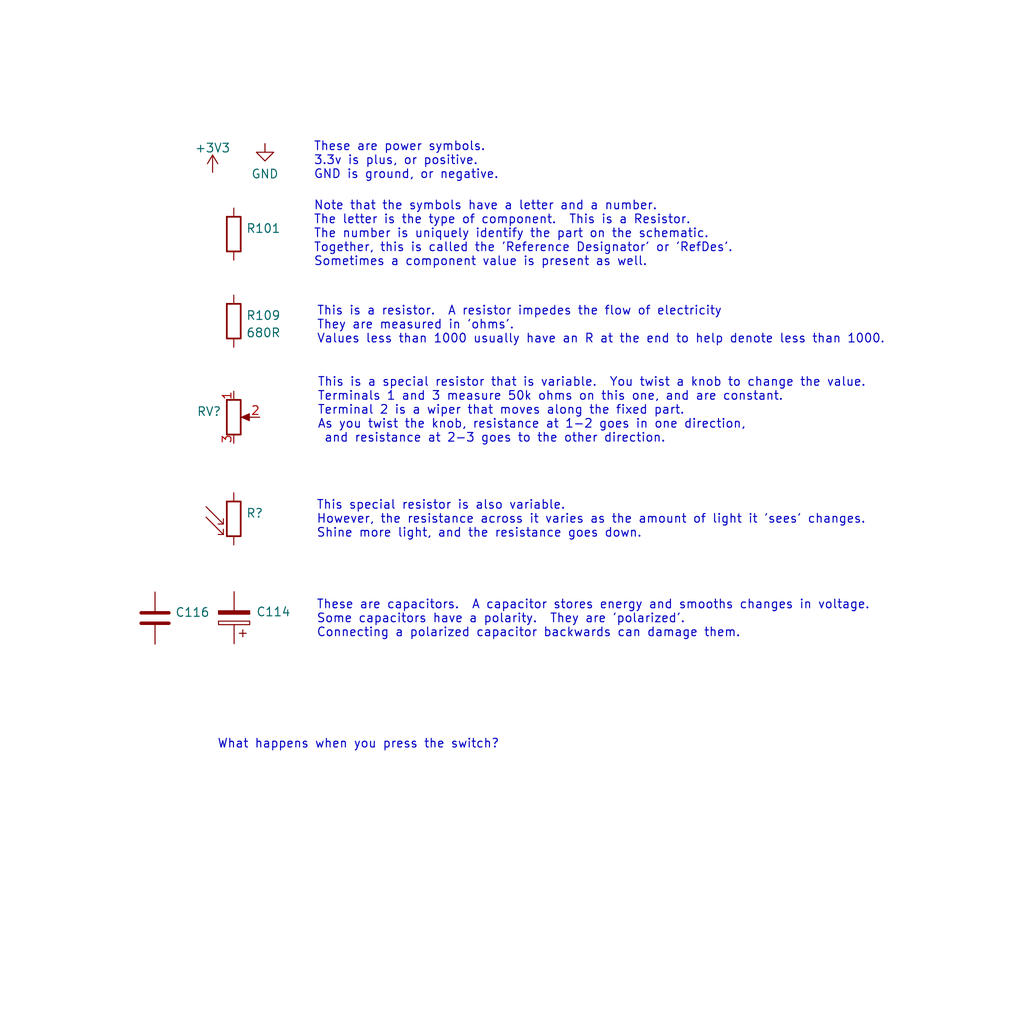
<source format=kicad_sch>
(kicad_sch (version 20211123) (generator eeschema)
  (paper "User" 150.012 150.012)
  (lib_symbols
    (symbol "Device:C" (pin_numbers hide) (pin_names (offset 0.254))
      (property "Reference" "C" (at 0.635 2.54 0))
      (property "Value" "C" (at 0.635 -2.54 0))
      (symbol "C_0_1"
        (polyline (pts (xy -2.032 -0.762) (xy 2.032 -0.762)) (stroke (width 0.508)))
        (polyline (pts (xy -2.032 0.762) (xy 2.032 0.762)) (stroke (width 0.508)))
      )
      (symbol "C_1_1"
        (pin passive line (at 0 3.81 270) (length 2.794) (name "~") (number "1"))
        (pin passive line (at 0 -3.81 90) (length 2.794) (name "~") (number "2"))
      )
    )
    (symbol "Device:C_Polarized" (pin_numbers hide) (pin_names (offset 0.254))
      (property "Reference" "C" (at 0.635 2.54 0))
      (property "Value" "C_Polarized" (at 0.635 -2.54 0))
      (symbol "C_Polarized_0_1"
        (rectangle (start -2.286 0.508) (end 2.286 1.016))
        (polyline (pts (xy -1.778 2.286) (xy -0.762 2.286)))
        (polyline (pts (xy -1.27 2.794) (xy -1.27 1.778)))
        (rectangle (start 2.286 -0.508) (end -2.286 -1.016) (fill (type outline)))
      )
      (symbol "C_Polarized_1_1"
        (pin passive line (at 0 3.81 270) (length 2.794) (name "~") (number "1"))
        (pin passive line (at 0 -3.81 90) (length 2.794) (name "~") (number "2"))
      )
    )
    (symbol "Device:R" (pin_numbers hide) (pin_names (offset 0))
      (property "Reference" "R" (at 2.032 0 90))
      (property "Value" "R" (at 0 0 90))
      (symbol "R_0_1"
        (rectangle (start -1.016 -2.54) (end 1.016 2.54) (stroke (width 0.254)))
      )
      (symbol "R_1_1"
        (pin passive line (at 0 3.81 270) (length 1.27) (name "~") (number "1"))
        (pin passive line (at 0 -3.81 90) (length 1.27) (name "~") (number "2"))
      )
    )
    (symbol "Device:R_Photo" (pin_numbers hide) (pin_names (offset 0))
      (property "Reference" "R" (at 1.27 1.27 0))
      (property "Value" "R_Photo" (at 1.27 0 0))
      (symbol "R_Photo_0_1"
        (rectangle (start -1.016 2.54) (end 1.016 -2.54) (stroke (width 0.254)))
        (polyline (pts (xy -1.524 -2.286) (xy -4.064 0.254)))
        (polyline (pts (xy -1.524 -2.286) (xy -2.286 -2.286)))
        (polyline (pts (xy -1.524 -2.286) (xy -1.524 -1.524)))
        (polyline (pts (xy -1.524 -0.762) (xy -4.064 1.778)))
        (polyline (pts (xy -1.524 -0.762) (xy -2.286 -0.762)))
        (polyline (pts (xy -1.524 -0.762) (xy -1.524 0)))
      )
      (symbol "R_Photo_1_1"
        (pin passive line (at 0 3.81 270) (length 1.27) (name "~") (number "1"))
        (pin passive line (at 0 -3.81 90) (length 1.27) (name "~") (number "2"))
      )
    )
    (symbol "Device:R_Potentiometer" (pin_names (offset 1.016) hide)
      (property "Reference" "RV" (at -4.445 0 90))
      (property "Value" "R_Potentiometer" (at -2.54 0 90))
      (symbol "R_Potentiometer_0_1"
        (polyline (pts (xy 2.54 0) (xy 1.524 0)))
        (polyline (pts (xy 1.143 0) (xy 2.286 0.508) (xy 2.286 -0.508) (xy 1.143 0)) (fill (type outline)))
        (rectangle (start 1.016 2.54) (end -1.016 -2.54) (stroke (width 0.254)))
      )
      (symbol "R_Potentiometer_1_1"
        (pin passive line (at 0 3.81 270) (length 1.27) (name "1") (number "1"))
        (pin passive line (at 3.81 0 180) (length 1.27) (name "2") (number "2"))
        (pin passive line (at 0 -3.81 90) (length 1.27) (name "3") (number "3"))
      )
    )
    (symbol "power:+3V3" (power) (pin_names (offset 0))
      (property "Value" "+3V3" (at 0 3.556 0))
      (symbol "+3V3_0_1"
        (polyline (pts (xy -0.762 1.27) (xy 0 2.54)))
        (polyline (pts (xy 0 0) (xy 0 2.54)))
        (polyline (pts (xy 0 2.54) (xy 0.762 1.27)))
      )
      (symbol "+3V3_1_1"
        (pin power_in line (at 0 0 90) (length 0) hide (name "+3V3") (number "1"))
      )
    )
    (symbol "power:GND" (power) (pin_names (offset 0))
      (property "Value" "GND" (at 0 -3.81 0))
      (symbol "GND_0_1"
        (polyline (pts (xy 0 0) (xy 0 -1.27) (xy 1.27 -1.27) (xy 0 -2.54) (xy -1.27 -1.27) (xy 0 -1.27)))
      )
      (symbol "GND_1_1"
        (pin power_in line (at 0 0 270) (length 0) hide (name "GND") (number "1"))
      )
    )
  )
  (text "These are capacitors.  A capacitor stores energy and smooths changes in voltage.\nSome capacitors have a polarity.  They are 'polarized'.\nConnecting a polarized capacitor backwards can damage them." (at 46.3296 93.5228 0) (effects (font (size 1.27 1.27)) (justify left bottom)))
  (text "This is a special resistor that is variable.  You twist a knob to change the value.\nTerminals 1 and 3 measure 50k ohms on this one, and are constant.\nTerminal 2 is a wiper that moves along the fixed part.\nAs you twist the knob, resistance at 1-2 goes in one direction, \n and resistance at 2-3 goes to the other direction." (at 46.482 65.024 0) (effects (font (size 1.27 1.27)) (justify left bottom)))
  (text "What happens when you press the switch?" (at 31.8008 109.8296 0) (effects (font (size 1.27 1.27)) (justify left bottom)))
  (text "This is a resistor.  A resistor impedes the flow of electricity\nThey are measured in 'ohms'.\nValues less than 1000 usually have an R at the end to help denote less than 1000." (at 46.3804 50.4952 0) (effects (font (size 1.27 1.27)) (justify left bottom)))
  (text "Note that the symbols have a letter and a number.\nThe letter is the type of component.  This is a Resistor.\nThe number is uniquely identify the part on the schematic.\nTogether, this is called the 'Reference Designator' or 'RefDes'.\nSometimes a component value is present as well." (at 45.9232 39.1668 0) (effects (font (size 1.27 1.27)) (justify left bottom)))
  (text "These are power symbols.  \n3.3v is plus, or positive.\nGND is ground, or negative." (at 45.9232 26.416 0) (effects (font (size 1.27 1.27)) (justify left bottom)))
  (text "This special resistor is also variable.  \nHowever, the resistance across it varies as the amount of light it 'sees' changes.\nShine more light, and the resistance goes down." (at 46.3296 78.9432 0) (effects (font (size 1.27 1.27)) (justify left bottom)))
  (symbol (lib_id "Device:R") (at 34.2392 34.29 0) (unit 1)
    (property "Reference" "R101" (at 36.0172 33.4553 0) (effects (justify left)))
  )
  (symbol (lib_id "power:+3V3") (at 31.1404 25.2476 0) (unit 1)
    (property "Reference" "#PWR?" (effects hide))
    (property "Value" "+3V3" (at 31.1404 21.6718 0))
  )
  (symbol (lib_id "Device:C_Polarized") (at 34.29 90.4748 180) (unit 1)
    (property "Reference" "C114" (at 37.4904 89.6143 0) (effects (justify right)))
  )
  (symbol (lib_id "Device:R_Potentiometer") (at 34.2392 61.1124 0) (unit 1)
    (property "Reference" "RV?" (at 32.4613 60.2777 0) (effects (justify right)))
  )
  (symbol (lib_id "Device:R") (at 34.2392 47.0408 0) (unit 1)
    (property "Reference" "R109" (at 36.0172 46.2061 0) (effects (justify left)))
    (property "Value" "680R" (at 36.0172 48.743 0) (effects (justify left)))
  )
  (symbol (lib_id "Device:C") (at 22.7076 90.5256 0) (unit 1)
    (property "Reference" "C116" (at 25.6286 89.6909 0) (effects (justify left)))
  )
  (symbol (lib_id "power:GND") (at 38.8112 21.0312 0) (unit 1)
    (property "Reference" "#PWR02" (effects hide))
    (property "Value" "GND" (at 38.8112 25.4746 0))
  )
  (symbol (lib_id "Device:R_Photo") (at 34.2392 75.9968 0) (unit 1)
    (property "Reference" "R?" (at 36.0172 75.1621 0) (effects (justify left)))
  )
)
</source>
